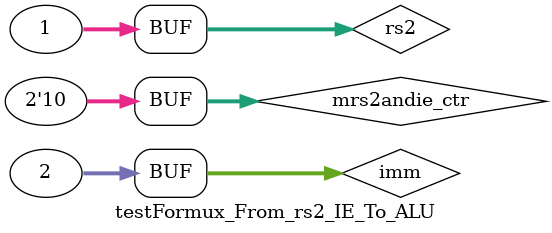
<source format=v>
`timescale 1ns / 1ps


module testFormux_From_rs2_IE_To_ALU;

    reg [1:0] mrs2andie_ctr;
    reg [31:0] rs2;
    reg [31:0] imm;
    wire [31:0] mrs2andie_out;

    mux_From_rs2_IE_To_ALU mux_From_rs2_IE_To_ALU0(
        .mrs2andie_ctr(mrs2andie_ctr),
        .rs2(rs2),
        .imm(imm),
        .mrs2andie_out(mrs2andie_out)
    );

    initial begin

        rs2=32'b0000_0000_0000_0000_0000_0000_0000_0001;
        imm=32'b0000_0000_0000_0000_0000_0000_0000_0010;
        mrs2andie_ctr=2'b00;

        #10
        mrs2andie_ctr=2'b01;
        #10
        mrs2andie_ctr=2'b10;
    end


endmodule

</source>
